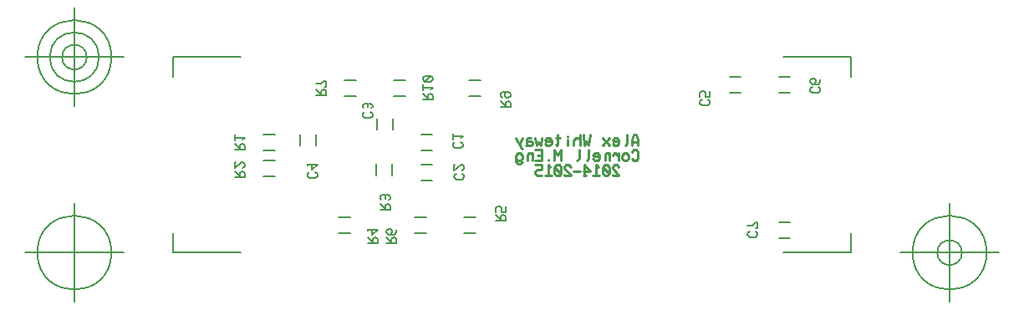
<source format=gbr>
G04 Generated by Ultiboard 11.0 *
%FSLAX25Y25*%
%MOIN*%

%ADD10C,0.01000*%
%ADD11C,0.00612*%
%ADD12C,0.00787*%
%ADD13C,0.00500*%


G04 ColorRGB FF14FF for the following layer *
%LNSilkscreen Bottom*%
%LPD*%
%FSLAX25Y25*%
%MOIN*%
G54D10*
X171493Y41786D02*
X171493Y44357D01*
X171493Y44357D02*
X170640Y46071D01*
X170640Y46071D02*
X169787Y46071D01*
X169787Y46071D02*
X168933Y44357D01*
X168933Y44357D02*
X168933Y41786D01*
X171493Y43071D02*
X168933Y43071D01*
X167227Y46071D02*
X167227Y42643D01*
X167227Y42643D02*
X166373Y41786D01*
X161253Y42643D02*
X162107Y41786D01*
X162107Y41786D02*
X162960Y41786D01*
X162960Y41786D02*
X163813Y42643D01*
X163813Y42643D02*
X163813Y43929D01*
X163813Y43929D02*
X162960Y44786D01*
X162960Y44786D02*
X162107Y44786D01*
X162107Y44786D02*
X161253Y43929D01*
X161253Y43929D02*
X161680Y43500D01*
X161680Y43500D02*
X163813Y43500D01*
X159973Y41786D02*
X157413Y44786D01*
X159973Y44786D02*
X157413Y41786D01*
X152293Y46071D02*
X151867Y41786D01*
X151867Y41786D02*
X151013Y43500D01*
X151013Y43500D02*
X150160Y41786D01*
X150160Y41786D02*
X149733Y46071D01*
X148453Y43929D02*
X147600Y44786D01*
X147600Y44786D02*
X146747Y44786D01*
X146747Y44786D02*
X145893Y43929D01*
X145893Y43929D02*
X145893Y41786D01*
X148453Y46071D02*
X148453Y41786D01*
X143333Y41786D02*
X143333Y44357D01*
X143333Y45214D02*
X143333Y45643D01*
X138640Y42214D02*
X139067Y41786D01*
X139067Y41786D02*
X139493Y42214D01*
X139493Y42214D02*
X139493Y46071D01*
X140347Y44786D02*
X138640Y44786D01*
X134373Y42643D02*
X135227Y41786D01*
X135227Y41786D02*
X136080Y41786D01*
X136080Y41786D02*
X136933Y42643D01*
X136933Y42643D02*
X136933Y43929D01*
X136933Y43929D02*
X136080Y44786D01*
X136080Y44786D02*
X135227Y44786D01*
X135227Y44786D02*
X134373Y43929D01*
X134373Y43929D02*
X134800Y43500D01*
X134800Y43500D02*
X136933Y43500D01*
X133093Y44786D02*
X132667Y41786D01*
X132667Y41786D02*
X131813Y43071D01*
X131813Y43071D02*
X130960Y41786D01*
X130960Y41786D02*
X130533Y44786D01*
X128827Y44786D02*
X127547Y44786D01*
X127547Y44786D02*
X127120Y44357D01*
X127120Y44357D02*
X127120Y42214D01*
X127120Y42214D02*
X127547Y41786D01*
X127547Y41786D02*
X128827Y41786D01*
X128827Y41786D02*
X129253Y42214D01*
X129253Y42214D02*
X129253Y43071D01*
X129253Y43071D02*
X128827Y43500D01*
X128827Y43500D02*
X127120Y43500D01*
X127120Y42214D02*
X126693Y41786D01*
X125413Y40500D02*
X124987Y40500D01*
X124987Y40500D02*
X122853Y44786D01*
X125413Y44786D02*
X124133Y42214D01*
X168933Y36643D02*
X169787Y35786D01*
X169787Y35786D02*
X170640Y35786D01*
X170640Y35786D02*
X171493Y36643D01*
X171493Y36643D02*
X171493Y39214D01*
X171493Y39214D02*
X170640Y40071D01*
X170640Y40071D02*
X169787Y40071D01*
X169787Y40071D02*
X168933Y39214D01*
X167653Y36643D02*
X166800Y35786D01*
X166800Y35786D02*
X165947Y35786D01*
X165947Y35786D02*
X165093Y36643D01*
X165093Y36643D02*
X165093Y37929D01*
X165093Y37929D02*
X165947Y38786D01*
X165947Y38786D02*
X166800Y38786D01*
X166800Y38786D02*
X167653Y37929D01*
X167653Y37929D02*
X167653Y36643D01*
X163813Y37500D02*
X162533Y38786D01*
X162533Y38786D02*
X162107Y38786D01*
X162107Y38786D02*
X161253Y37929D01*
X163813Y35786D02*
X163813Y38786D01*
X159973Y35786D02*
X159973Y38357D01*
X159973Y38357D02*
X159973Y38786D01*
X159973Y38357D02*
X159547Y38786D01*
X159547Y38786D02*
X158693Y38786D01*
X158693Y38786D02*
X158267Y38357D01*
X158267Y38357D02*
X158267Y35786D01*
X153573Y36643D02*
X154427Y35786D01*
X154427Y35786D02*
X155280Y35786D01*
X155280Y35786D02*
X156133Y36643D01*
X156133Y36643D02*
X156133Y37929D01*
X156133Y37929D02*
X155280Y38786D01*
X155280Y38786D02*
X154427Y38786D01*
X154427Y38786D02*
X153573Y37929D01*
X153573Y37929D02*
X154000Y37500D01*
X154000Y37500D02*
X156133Y37500D01*
X151867Y40071D02*
X151867Y36643D01*
X151867Y36643D02*
X151013Y35786D01*
X148027Y40071D02*
X148027Y36643D01*
X148027Y36643D02*
X147173Y35786D01*
X140773Y35786D02*
X140773Y40071D01*
X140773Y40071D02*
X139493Y37929D01*
X139493Y37929D02*
X138213Y40071D01*
X138213Y40071D02*
X138213Y35786D01*
X135653Y35786D02*
X135653Y36214D01*
X130533Y35786D02*
X133093Y35786D01*
X133093Y35786D02*
X133093Y37929D01*
X133093Y37929D02*
X133093Y40071D01*
X133093Y40071D02*
X130533Y40071D01*
X133093Y37929D02*
X131387Y37929D01*
X129253Y35786D02*
X129253Y38357D01*
X129253Y38357D02*
X129253Y38786D01*
X129253Y38357D02*
X128827Y38786D01*
X128827Y38786D02*
X127973Y38786D01*
X127973Y38786D02*
X127547Y38357D01*
X127547Y38357D02*
X127547Y35786D01*
X125413Y35357D02*
X124560Y34500D01*
X124560Y34500D02*
X123707Y34500D01*
X123707Y34500D02*
X122853Y35357D01*
X122853Y35357D02*
X122853Y36643D01*
X122853Y36643D02*
X122853Y37929D01*
X122853Y37929D02*
X123707Y38786D01*
X123707Y38786D02*
X124560Y38786D01*
X124560Y38786D02*
X125413Y37929D01*
X125413Y37929D02*
X125413Y36643D01*
X125413Y36643D02*
X124560Y35786D01*
X124560Y35786D02*
X123707Y35786D01*
X123707Y35786D02*
X122853Y36643D01*
X163813Y33214D02*
X162960Y34071D01*
X162960Y34071D02*
X162107Y34071D01*
X162107Y34071D02*
X161253Y33214D01*
X161253Y33214D02*
X161253Y32786D01*
X161253Y32786D02*
X163813Y29786D01*
X163813Y29786D02*
X161253Y29786D01*
X161253Y29786D02*
X161253Y30214D01*
X159973Y33214D02*
X159120Y34071D01*
X159120Y34071D02*
X158267Y34071D01*
X158267Y34071D02*
X157413Y33214D01*
X157413Y33214D02*
X157413Y30643D01*
X157413Y30643D02*
X158267Y29786D01*
X158267Y29786D02*
X159120Y29786D01*
X159120Y29786D02*
X159973Y30643D01*
X159973Y30643D02*
X159973Y33214D01*
X157413Y33214D02*
X159973Y30643D01*
X155707Y33214D02*
X154853Y34071D01*
X154853Y34071D02*
X154853Y29786D01*
X156133Y29786D02*
X153573Y29786D01*
X149733Y31500D02*
X152293Y31500D01*
X152293Y31500D02*
X150160Y34071D01*
X150160Y34071D02*
X150160Y29786D01*
X150587Y29786D02*
X149733Y29786D01*
X148453Y31500D02*
X145893Y31500D01*
X144613Y33214D02*
X143760Y34071D01*
X143760Y34071D02*
X142907Y34071D01*
X142907Y34071D02*
X142053Y33214D01*
X142053Y33214D02*
X142053Y32786D01*
X142053Y32786D02*
X144613Y29786D01*
X144613Y29786D02*
X142053Y29786D01*
X142053Y29786D02*
X142053Y30214D01*
X140773Y33214D02*
X139920Y34071D01*
X139920Y34071D02*
X139067Y34071D01*
X139067Y34071D02*
X138213Y33214D01*
X138213Y33214D02*
X138213Y30643D01*
X138213Y30643D02*
X139067Y29786D01*
X139067Y29786D02*
X139920Y29786D01*
X139920Y29786D02*
X140773Y30643D01*
X140773Y30643D02*
X140773Y33214D01*
X138213Y33214D02*
X140773Y30643D01*
X136507Y33214D02*
X135653Y34071D01*
X135653Y34071D02*
X135653Y29786D01*
X136933Y29786D02*
X134373Y29786D01*
X130533Y34071D02*
X133093Y34071D01*
X133093Y34071D02*
X133093Y32357D01*
X133093Y32357D02*
X131387Y32357D01*
X131387Y32357D02*
X130533Y31500D01*
X130533Y31500D02*
X130533Y30643D01*
X130533Y30643D02*
X131387Y29786D01*
X131387Y29786D02*
X133093Y29786D01*
G54D11*
X62469Y55189D02*
X61681Y54405D01*
X61681Y54405D02*
X61681Y53621D01*
X61681Y53621D02*
X62469Y52837D01*
X62469Y52837D02*
X64831Y52837D01*
X64831Y52837D02*
X65618Y53621D01*
X65618Y53621D02*
X65618Y54405D01*
X65618Y54405D02*
X64831Y55189D01*
X65224Y56756D02*
X65618Y57148D01*
X65618Y57148D02*
X65618Y57932D01*
X65618Y57932D02*
X64831Y58716D01*
X64831Y58716D02*
X64043Y58716D01*
X64043Y58716D02*
X63650Y58324D01*
X63650Y58324D02*
X63256Y58716D01*
X63256Y58716D02*
X62469Y58716D01*
X62469Y58716D02*
X61681Y57932D01*
X61681Y57932D02*
X61681Y57148D01*
X61681Y57148D02*
X62075Y56756D01*
X63650Y57148D02*
X63650Y58324D01*
X43181Y61837D02*
X47118Y61837D01*
X47118Y61837D02*
X47118Y63405D01*
X47118Y63405D02*
X46331Y64189D01*
X46331Y64189D02*
X45937Y64189D01*
X45937Y64189D02*
X45150Y63405D01*
X45150Y63405D02*
X45150Y61837D01*
X45150Y62229D02*
X43181Y64189D01*
X43181Y66540D02*
X45150Y66540D01*
X45150Y66540D02*
X46331Y67716D01*
X46331Y67716D02*
X47118Y67716D01*
X47118Y67716D02*
X47118Y65364D01*
X47118Y65364D02*
X46331Y65364D01*
X63681Y2837D02*
X67618Y2837D01*
X67618Y2837D02*
X67618Y4405D01*
X67618Y4405D02*
X66831Y5189D01*
X66831Y5189D02*
X66437Y5189D01*
X66437Y5189D02*
X65650Y4405D01*
X65650Y4405D02*
X65650Y2837D01*
X65650Y3229D02*
X63681Y5189D01*
X65256Y8716D02*
X65256Y6364D01*
X65256Y6364D02*
X67618Y8324D01*
X67618Y8324D02*
X63681Y8324D01*
X63681Y7932D02*
X63681Y8716D01*
X10681Y29337D02*
X14618Y29337D01*
X14618Y29337D02*
X14618Y30905D01*
X14618Y30905D02*
X13831Y31689D01*
X13831Y31689D02*
X13437Y31689D01*
X13437Y31689D02*
X12650Y30905D01*
X12650Y30905D02*
X12650Y29337D01*
X12650Y29729D02*
X10681Y31689D01*
X13831Y32864D02*
X14618Y33648D01*
X14618Y33648D02*
X14618Y34432D01*
X14618Y34432D02*
X13831Y35216D01*
X13831Y35216D02*
X13437Y35216D01*
X13437Y35216D02*
X10681Y32864D01*
X10681Y32864D02*
X10681Y35216D01*
X10681Y35216D02*
X11075Y35216D01*
X10681Y40337D02*
X14618Y40337D01*
X14618Y40337D02*
X14618Y41905D01*
X14618Y41905D02*
X13831Y42689D01*
X13831Y42689D02*
X13437Y42689D01*
X13437Y42689D02*
X12650Y41905D01*
X12650Y41905D02*
X12650Y40337D01*
X12650Y40729D02*
X10681Y42689D01*
X13831Y44256D02*
X14618Y45040D01*
X14618Y45040D02*
X10681Y45040D01*
X10681Y43864D02*
X10681Y46216D01*
X40469Y31189D02*
X39681Y30405D01*
X39681Y30405D02*
X39681Y29621D01*
X39681Y29621D02*
X40469Y28837D01*
X40469Y28837D02*
X42831Y28837D01*
X42831Y28837D02*
X43618Y29621D01*
X43618Y29621D02*
X43618Y30405D01*
X43618Y30405D02*
X42831Y31189D01*
X41256Y34716D02*
X41256Y32364D01*
X41256Y32364D02*
X43618Y34324D01*
X43618Y34324D02*
X39681Y34324D01*
X39681Y33932D02*
X39681Y34716D01*
X85681Y60309D02*
X89618Y60309D01*
X89618Y60309D02*
X89618Y61877D01*
X89618Y61877D02*
X88831Y62661D01*
X88831Y62661D02*
X88437Y62661D01*
X88437Y62661D02*
X87650Y61877D01*
X87650Y61877D02*
X87650Y60309D01*
X87650Y60701D02*
X85681Y62661D01*
X88831Y64229D02*
X89618Y65013D01*
X89618Y65013D02*
X85681Y65013D01*
X85681Y63837D02*
X85681Y66189D01*
X88831Y67364D02*
X89618Y68148D01*
X89618Y68148D02*
X89618Y68932D01*
X89618Y68932D02*
X88831Y69716D01*
X88831Y69716D02*
X86469Y69716D01*
X86469Y69716D02*
X85681Y68932D01*
X85681Y68932D02*
X85681Y68148D01*
X85681Y68148D02*
X86469Y67364D01*
X86469Y67364D02*
X88831Y67364D01*
X88831Y69716D02*
X86469Y67364D01*
X116681Y57337D02*
X120618Y57337D01*
X120618Y57337D02*
X120618Y58905D01*
X120618Y58905D02*
X119831Y59689D01*
X119831Y59689D02*
X119437Y59689D01*
X119437Y59689D02*
X118650Y58905D01*
X118650Y58905D02*
X118650Y57337D01*
X118650Y57729D02*
X116681Y59689D01*
X117469Y60864D02*
X116681Y61648D01*
X116681Y61648D02*
X116681Y62432D01*
X116681Y62432D02*
X117469Y63216D01*
X117469Y63216D02*
X119043Y63216D01*
X119043Y63216D02*
X119831Y63216D01*
X119831Y63216D02*
X120618Y62432D01*
X120618Y62432D02*
X120618Y61648D01*
X120618Y61648D02*
X119831Y60864D01*
X119831Y60864D02*
X119043Y60864D01*
X119043Y60864D02*
X118256Y61648D01*
X118256Y61648D02*
X118256Y62432D01*
X118256Y62432D02*
X119043Y63216D01*
X98469Y43189D02*
X97681Y42405D01*
X97681Y42405D02*
X97681Y41621D01*
X97681Y41621D02*
X98469Y40837D01*
X98469Y40837D02*
X100831Y40837D01*
X100831Y40837D02*
X101618Y41621D01*
X101618Y41621D02*
X101618Y42405D01*
X101618Y42405D02*
X100831Y43189D01*
X100831Y44756D02*
X101618Y45540D01*
X101618Y45540D02*
X97681Y45540D01*
X97681Y44364D02*
X97681Y46716D01*
X98969Y30689D02*
X98181Y29905D01*
X98181Y29905D02*
X98181Y29121D01*
X98181Y29121D02*
X98969Y28337D01*
X98969Y28337D02*
X101331Y28337D01*
X101331Y28337D02*
X102118Y29121D01*
X102118Y29121D02*
X102118Y29905D01*
X102118Y29905D02*
X101331Y30689D01*
X101331Y31864D02*
X102118Y32648D01*
X102118Y32648D02*
X102118Y33432D01*
X102118Y33432D02*
X101331Y34216D01*
X101331Y34216D02*
X100937Y34216D01*
X100937Y34216D02*
X98181Y31864D01*
X98181Y31864D02*
X98181Y34216D01*
X98181Y34216D02*
X98575Y34216D01*
X68681Y16337D02*
X72618Y16337D01*
X72618Y16337D02*
X72618Y17905D01*
X72618Y17905D02*
X71831Y18689D01*
X71831Y18689D02*
X71437Y18689D01*
X71437Y18689D02*
X70650Y17905D01*
X70650Y17905D02*
X70650Y16337D01*
X70650Y16729D02*
X68681Y18689D01*
X72224Y20256D02*
X72618Y20648D01*
X72618Y20648D02*
X72618Y21432D01*
X72618Y21432D02*
X71831Y22216D01*
X71831Y22216D02*
X71043Y22216D01*
X71043Y22216D02*
X70650Y21824D01*
X70650Y21824D02*
X70256Y22216D01*
X70256Y22216D02*
X69469Y22216D01*
X69469Y22216D02*
X68681Y21432D01*
X68681Y21432D02*
X68681Y20648D01*
X68681Y20648D02*
X69075Y20256D01*
X70650Y20648D02*
X70650Y21824D01*
X71181Y2837D02*
X75118Y2837D01*
X75118Y2837D02*
X75118Y4405D01*
X75118Y4405D02*
X74331Y5189D01*
X74331Y5189D02*
X73937Y5189D01*
X73937Y5189D02*
X73150Y4405D01*
X73150Y4405D02*
X73150Y2837D01*
X73150Y3229D02*
X71181Y5189D01*
X75118Y8324D02*
X75118Y7148D01*
X75118Y7148D02*
X74331Y6364D01*
X74331Y6364D02*
X72756Y6364D01*
X72756Y6364D02*
X71969Y6364D01*
X71969Y6364D02*
X71181Y7148D01*
X71181Y7148D02*
X71181Y7932D01*
X71181Y7932D02*
X71969Y8716D01*
X71969Y8716D02*
X72756Y8716D01*
X72756Y8716D02*
X73543Y7932D01*
X73543Y7932D02*
X73543Y7148D01*
X73543Y7148D02*
X72756Y6364D01*
X114681Y11837D02*
X118618Y11837D01*
X118618Y11837D02*
X118618Y13405D01*
X118618Y13405D02*
X117831Y14189D01*
X117831Y14189D02*
X117437Y14189D01*
X117437Y14189D02*
X116650Y13405D01*
X116650Y13405D02*
X116650Y11837D01*
X116650Y12229D02*
X114681Y14189D01*
X118618Y17716D02*
X118618Y15364D01*
X118618Y15364D02*
X117043Y15364D01*
X117043Y15364D02*
X117043Y16932D01*
X117043Y16932D02*
X116256Y17716D01*
X116256Y17716D02*
X115469Y17716D01*
X115469Y17716D02*
X114681Y16932D01*
X114681Y16932D02*
X114681Y15364D01*
X240969Y65189D02*
X240181Y64405D01*
X240181Y64405D02*
X240181Y63621D01*
X240181Y63621D02*
X240969Y62837D01*
X240969Y62837D02*
X243331Y62837D01*
X243331Y62837D02*
X244118Y63621D01*
X244118Y63621D02*
X244118Y64405D01*
X244118Y64405D02*
X243331Y65189D01*
X244118Y68324D02*
X244118Y67148D01*
X244118Y67148D02*
X243331Y66364D01*
X243331Y66364D02*
X241756Y66364D01*
X241756Y66364D02*
X240969Y66364D01*
X240969Y66364D02*
X240181Y67148D01*
X240181Y67148D02*
X240181Y67932D01*
X240181Y67932D02*
X240969Y68716D01*
X240969Y68716D02*
X241756Y68716D01*
X241756Y68716D02*
X242543Y67932D01*
X242543Y67932D02*
X242543Y67148D01*
X242543Y67148D02*
X241756Y66364D01*
X196969Y60189D02*
X196181Y59405D01*
X196181Y59405D02*
X196181Y58621D01*
X196181Y58621D02*
X196969Y57837D01*
X196969Y57837D02*
X199331Y57837D01*
X199331Y57837D02*
X200118Y58621D01*
X200118Y58621D02*
X200118Y59405D01*
X200118Y59405D02*
X199331Y60189D01*
X200118Y63716D02*
X200118Y61364D01*
X200118Y61364D02*
X198543Y61364D01*
X198543Y61364D02*
X198543Y62932D01*
X198543Y62932D02*
X197756Y63716D01*
X197756Y63716D02*
X196969Y63716D01*
X196969Y63716D02*
X196181Y62932D01*
X196181Y62932D02*
X196181Y61364D01*
X215969Y7689D02*
X215181Y6905D01*
X215181Y6905D02*
X215181Y6121D01*
X215181Y6121D02*
X215969Y5337D01*
X215969Y5337D02*
X218331Y5337D01*
X218331Y5337D02*
X219118Y6121D01*
X219118Y6121D02*
X219118Y6905D01*
X219118Y6905D02*
X218331Y7689D01*
X215181Y10040D02*
X217150Y10040D01*
X217150Y10040D02*
X218331Y11216D01*
X218331Y11216D02*
X219118Y11216D01*
X219118Y11216D02*
X219118Y8864D01*
X219118Y8864D02*
X218331Y8864D01*
G54D12*
X73650Y48335D02*
X73650Y52665D01*
X73650Y48335D02*
X73650Y52665D01*
X67350Y48335D02*
X67350Y52665D01*
X54523Y61465D02*
X59247Y61465D01*
X54523Y61465D02*
X59247Y61465D01*
X54523Y67765D02*
X59247Y67765D01*
X52023Y13265D02*
X56747Y13265D01*
X52023Y6965D02*
X56747Y6965D01*
X52023Y6965D02*
X56747Y6965D01*
X26747Y29465D02*
X22023Y29465D01*
X26747Y35765D02*
X22023Y35765D01*
X26747Y35765D02*
X22023Y35765D01*
X22023Y46265D02*
X26747Y46265D01*
X22023Y39965D02*
X26747Y39965D01*
X22023Y39965D02*
X26747Y39965D01*
X43150Y46165D02*
X43150Y41835D01*
X36850Y46165D02*
X36850Y41835D01*
X36850Y46165D02*
X36850Y41835D01*
X74023Y61465D02*
X78747Y61465D01*
X74023Y61465D02*
X78747Y61465D01*
X74023Y67765D02*
X78747Y67765D01*
X108747Y61465D02*
X104023Y61465D01*
X108747Y67765D02*
X104023Y67765D01*
X108747Y67765D02*
X104023Y67765D01*
X89550Y46265D02*
X85220Y46265D01*
X89550Y46265D02*
X85220Y46265D01*
X89550Y39965D02*
X85220Y39965D01*
X89550Y27965D02*
X85220Y27965D01*
X89550Y34265D02*
X85220Y34265D01*
X89550Y34265D02*
X85220Y34265D01*
X67235Y29753D02*
X67235Y34477D01*
X73535Y29753D02*
X73535Y34477D01*
X73535Y29753D02*
X73535Y34477D01*
X82523Y13265D02*
X87247Y13265D01*
X82523Y6965D02*
X87247Y6965D01*
X82523Y6965D02*
X87247Y6965D01*
X106747Y13265D02*
X102023Y13265D01*
X106747Y13265D02*
X102023Y13265D01*
X106747Y6965D02*
X102023Y6965D01*
X227720Y62850D02*
X232050Y62850D01*
X227720Y62850D02*
X232050Y62850D01*
X227720Y69150D02*
X232050Y69150D01*
X212550Y62850D02*
X208220Y62850D01*
X212550Y69150D02*
X208220Y69150D01*
X212550Y69150D02*
X208220Y69150D01*
X227720Y11265D02*
X232050Y11265D01*
X227720Y4965D02*
X232050Y4965D01*
X227720Y4965D02*
X232050Y4965D01*
G54D13*
X-13885Y-885D02*
X-13885Y6915D01*
X-13885Y-885D02*
X13142Y-885D01*
X256385Y-885D02*
X229358Y-885D01*
X256385Y-885D02*
X256385Y6915D01*
X256385Y77115D02*
X256385Y69315D01*
X256385Y77115D02*
X229358Y77115D01*
X-13885Y77115D02*
X13142Y77115D01*
X-13885Y77115D02*
X-13885Y69315D01*
X-33570Y-885D02*
X-72940Y-885D01*
X-53255Y-20570D02*
X-53255Y18800D01*
X-68019Y-885D02*
G75*
D01*
G02X-68019Y-885I14764J0*
G01*
X276070Y-885D02*
X315440Y-885D01*
X295755Y-20570D02*
X295755Y18800D01*
X280991Y-885D02*
G75*
D01*
G02X280991Y-885I14764J0*
G01*
X290834Y-885D02*
G75*
D01*
G02X290834Y-885I4921J0*
G01*
X-33570Y77115D02*
X-72940Y77115D01*
X-53255Y57430D02*
X-53255Y96800D01*
X-68019Y77115D02*
G75*
D01*
G02X-68019Y77115I14764J0*
G01*
X-63098Y77115D02*
G75*
D01*
G02X-63098Y77115I9843J0*
G01*
X-58176Y77115D02*
G75*
D01*
G02X-58176Y77115I4921J0*
G01*

M00*

</source>
